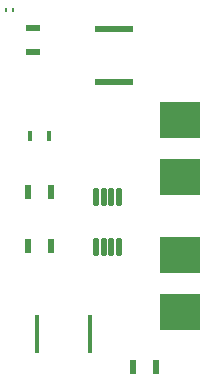
<source format=gtp>
G04*
G04 #@! TF.GenerationSoftware,Altium Limited,Altium Designer,21.2.2 (38)*
G04*
G04 Layer_Color=8421504*
%FSLAX25Y25*%
%MOIN*%
G70*
G04*
G04 #@! TF.SameCoordinates,88FA53B8-33D6-4C0A-A806-AD2D67DBFD48*
G04*
G04*
G04 #@! TF.FilePolarity,Positive*
G04*
G01*
G75*
G04:AMPARAMS|DCode=15|XSize=57.87mil|YSize=18.9mil|CornerRadius=2.36mil|HoleSize=0mil|Usage=FLASHONLY|Rotation=270.000|XOffset=0mil|YOffset=0mil|HoleType=Round|Shape=RoundedRectangle|*
%AMROUNDEDRECTD15*
21,1,0.05787,0.01417,0,0,270.0*
21,1,0.05315,0.01890,0,0,270.0*
1,1,0.00472,-0.00709,-0.02657*
1,1,0.00472,-0.00709,0.02657*
1,1,0.00472,0.00709,0.02657*
1,1,0.00472,0.00709,-0.02657*
%
%ADD15ROUNDEDRECTD15*%
%ADD16R,0.02165X0.04921*%
%ADD17R,0.13780X0.12205*%
%ADD18R,0.12598X0.02362*%
%ADD19R,0.01575X0.12598*%
%ADD20R,0.01968X0.04921*%
%ADD21R,0.01575X0.03543*%
%ADD22R,0.00591X0.01181*%
%ADD23R,0.04921X0.02165*%
D15*
X115559Y108000D02*
D03*
X113000D02*
D03*
X110441D02*
D03*
X107882D02*
D03*
Y124929D02*
D03*
X110441D02*
D03*
X113000D02*
D03*
X115559D02*
D03*
D16*
X127937Y68000D02*
D03*
X120063D02*
D03*
D17*
X136000Y105646D02*
D03*
Y86354D02*
D03*
Y150646D02*
D03*
Y131354D02*
D03*
D18*
X114000Y163142D02*
D03*
Y180858D02*
D03*
D19*
X88142Y79000D02*
D03*
X105858D02*
D03*
D20*
X92937Y108577D02*
D03*
X85063D02*
D03*
X85126Y126500D02*
D03*
X93000D02*
D03*
D21*
X92150Y145000D02*
D03*
X85850D02*
D03*
D22*
X77819Y187000D02*
D03*
X80181D02*
D03*
D23*
X87000Y173126D02*
D03*
Y181000D02*
D03*
M02*

</source>
